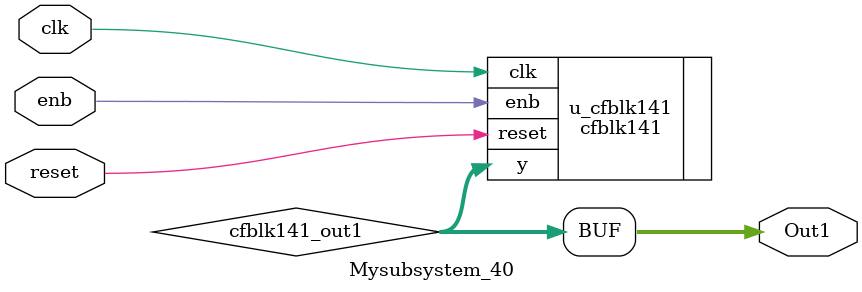
<source format=v>



`timescale 1 ns / 1 ns

module Mysubsystem_40
          (clk,
           reset,
           enb,
           Out1);


  input   clk;
  input   reset;
  input   enb;
  output  [7:0] Out1;  // uint8


  wire [7:0] cfblk141_out1;  // uint8


  cfblk141 u_cfblk141 (.clk(clk),
                       .reset(reset),
                       .enb(enb),
                       .y(cfblk141_out1)  // uint8
                       );

  assign Out1 = cfblk141_out1;

endmodule  // Mysubsystem_40


</source>
